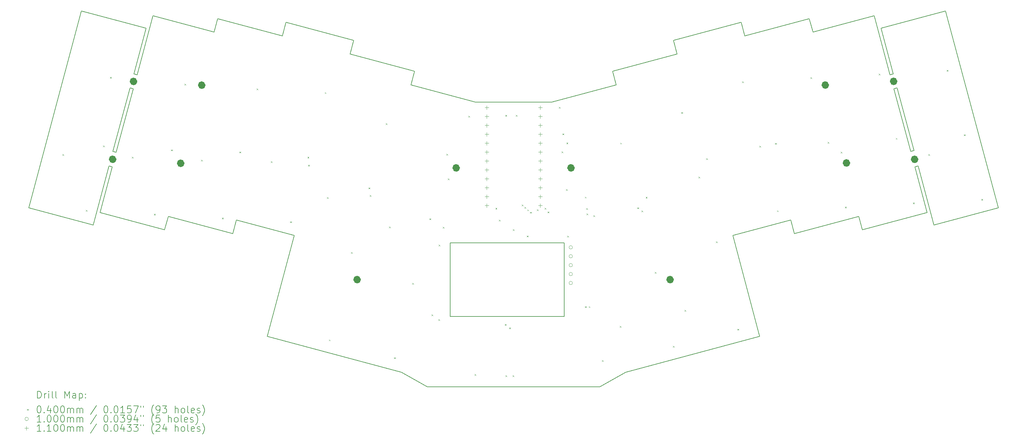
<source format=gbr>
%TF.GenerationSoftware,KiCad,Pcbnew,(6.0.8-1)-1*%
%TF.CreationDate,2022-11-12T18:35:00-05:00*%
%TF.ProjectId,ergo3by6plus3nonSplit,6572676f-3362-4793-9670-6c7573336e6f,rev?*%
%TF.SameCoordinates,Original*%
%TF.FileFunction,Drillmap*%
%TF.FilePolarity,Positive*%
%FSLAX45Y45*%
G04 Gerber Fmt 4.5, Leading zero omitted, Abs format (unit mm)*
G04 Created by KiCad (PCBNEW (6.0.8-1)-1) date 2022-11-12 18:35:00*
%MOMM*%
%LPD*%
G01*
G04 APERTURE LIST*
%ADD10C,0.200000*%
%ADD11C,1.075000*%
%ADD12C,0.040000*%
%ADD13C,0.100000*%
%ADD14C,0.110000*%
G04 APERTURE END LIST*
D10*
X2796612Y-11445172D02*
X957957Y-10952504D01*
X4047000Y-7159726D02*
X3953010Y-7134782D01*
D11*
X5342750Y-9684000D02*
G75*
G03*
X5342750Y-9684000I-53750J0D01*
G01*
X5942750Y-7456000D02*
G75*
G03*
X5942750Y-7456000I-53750J0D01*
G01*
X24324750Y-9675000D02*
G75*
G03*
X24324750Y-9675000I-53750J0D01*
G01*
X23721750Y-7453000D02*
G75*
G03*
X23721750Y-7453000I-53750J0D01*
G01*
D10*
X12976000Y-11954000D02*
X16227000Y-11954000D01*
X16227000Y-11954000D02*
X16227000Y-14055000D01*
X16227000Y-14055000D02*
X12976000Y-14055000D01*
X12976000Y-14055000D02*
X12976000Y-11954000D01*
X12322000Y-16062000D02*
X14172110Y-16062000D01*
X17239000Y-16062000D02*
X17975069Y-15640725D01*
X25608156Y-7134782D02*
X25514166Y-7159726D01*
X26196985Y-9323441D02*
X26103893Y-9348385D01*
X25623686Y-7556240D01*
X25716779Y-7531296D01*
X26196985Y-9323441D01*
X26220587Y-9787440D02*
X26313679Y-9762496D01*
X25514166Y-7159726D02*
X25064189Y-5477049D01*
X26313679Y-9762496D02*
X26764554Y-11445172D01*
X26569059Y-11088360D02*
X26220587Y-9787440D01*
X25608156Y-7134782D02*
X25259382Y-5833525D01*
X4496977Y-5477049D02*
X4047000Y-7159726D01*
X4301784Y-5833525D02*
X3953010Y-7134782D01*
X3937480Y-7556240D02*
X3452413Y-9366522D01*
X3359321Y-9341578D01*
X3844387Y-7531296D01*
X3937480Y-7556240D01*
X3340579Y-9787440D02*
X2992107Y-11088360D01*
X3247487Y-9762496D02*
X3340579Y-9787440D01*
X2796612Y-11445172D02*
X3247487Y-9762496D01*
D11*
X16470750Y-9815000D02*
G75*
G03*
X16470750Y-9815000I-53750J0D01*
G01*
D10*
X10223167Y-6182741D02*
X10119639Y-6569111D01*
X11856200Y-7448532D02*
X13696289Y-7941582D01*
X4832196Y-11581410D02*
X2992107Y-11088360D01*
X15864877Y-7941582D02*
X13696289Y-7941582D01*
X17601438Y-7062162D02*
X19441527Y-6569111D01*
X24728970Y-11581410D02*
X26569059Y-11088360D01*
X22785354Y-11688090D02*
X22681826Y-11301720D01*
X7761614Y-14615958D02*
X8531073Y-11744300D01*
D11*
X25669750Y-7347000D02*
G75*
G03*
X25669750Y-7347000I-53750J0D01*
G01*
D10*
X4832196Y-11581410D02*
X4934494Y-11199628D01*
D11*
X26268750Y-9572000D02*
G75*
G03*
X26268750Y-9572000I-53750J0D01*
G01*
D10*
X8291315Y-5665103D02*
X10223167Y-6182741D01*
X2461696Y-5340475D02*
X4301784Y-5833525D01*
D11*
X3997750Y-7350000D02*
G75*
G03*
X3997750Y-7350000I-53750J0D01*
G01*
D10*
X25064189Y-5477049D02*
X23316995Y-5944793D01*
X23213467Y-5558423D02*
X23316995Y-5944793D01*
X11959728Y-7062162D02*
X11856200Y-7448532D01*
X21799552Y-14615958D02*
X17975069Y-15640725D01*
X4934494Y-11199628D02*
X6775812Y-11688090D01*
D11*
X3402750Y-9570000D02*
G75*
G03*
X3402750Y-9570000I-53750J0D01*
G01*
D10*
X17601438Y-7062162D02*
X17704966Y-7448532D01*
X28603209Y-10952504D02*
X27099470Y-5340475D01*
X21269851Y-5665103D02*
X19337999Y-6182741D01*
X6775812Y-11688090D02*
X6879339Y-11301720D01*
X23213467Y-5558423D02*
X21373378Y-6051473D01*
X11959728Y-7062162D02*
X10119639Y-6569111D01*
D11*
X19296750Y-13002000D02*
G75*
G03*
X19296750Y-13002000I-53750J0D01*
G01*
D10*
X6347699Y-5558423D02*
X8187788Y-6051473D01*
X957957Y-10952504D02*
X2461696Y-5340475D01*
X26764554Y-11445172D02*
X28603209Y-10952504D01*
X14172110Y-16062000D02*
X17239000Y-16062000D01*
X21799552Y-14615958D02*
X21030093Y-11744300D01*
D11*
X10372750Y-13002000D02*
G75*
G03*
X10372750Y-13002000I-53750J0D01*
G01*
D10*
X24728970Y-11581410D02*
X24626672Y-11199628D01*
X8291315Y-5665103D02*
X8187788Y-6051473D01*
D11*
X13197750Y-9816000D02*
G75*
G03*
X13197750Y-9816000I-53750J0D01*
G01*
D10*
X21269851Y-5665103D02*
X21373378Y-6051473D01*
X11586097Y-15640725D02*
X12322000Y-16062000D01*
X21030093Y-11744300D02*
X22681826Y-11301720D01*
X19337999Y-6182741D02*
X19441527Y-6569111D01*
X27099470Y-5340475D02*
X25259382Y-5833525D01*
X7761614Y-14615958D02*
X11586097Y-15640725D01*
X4496977Y-5477049D02*
X6244171Y-5944793D01*
X24626672Y-11199628D02*
X22785354Y-11688090D01*
X8531073Y-11744300D02*
X6879339Y-11301720D01*
X6347699Y-5558423D02*
X6244171Y-5944793D01*
X17704966Y-7448532D02*
X15864877Y-7941582D01*
D12*
X1914581Y-9425582D02*
X1954581Y-9465582D01*
X1954581Y-9425582D02*
X1914581Y-9465582D01*
X2583295Y-11015378D02*
X2623295Y-11055378D01*
X2623295Y-11015378D02*
X2583295Y-11055378D01*
X3076295Y-9178378D02*
X3116295Y-9218378D01*
X3116295Y-9178378D02*
X3076295Y-9218378D01*
X3277000Y-7223000D02*
X3317000Y-7263000D01*
X3317000Y-7223000D02*
X3277000Y-7263000D01*
X3898000Y-9496000D02*
X3938000Y-9536000D01*
X3938000Y-9496000D02*
X3898000Y-9536000D01*
X4529295Y-11124378D02*
X4569295Y-11164378D01*
X4569295Y-11124378D02*
X4529295Y-11164378D01*
X5016295Y-9291378D02*
X5056295Y-9331378D01*
X5056295Y-9291378D02*
X5016295Y-9331378D01*
X5397000Y-7418000D02*
X5437000Y-7458000D01*
X5437000Y-7418000D02*
X5397000Y-7458000D01*
X5868000Y-9583000D02*
X5908000Y-9623000D01*
X5908000Y-9583000D02*
X5868000Y-9623000D01*
X6468295Y-11232378D02*
X6508295Y-11272378D01*
X6508295Y-11232378D02*
X6468295Y-11272378D01*
X6962035Y-9350303D02*
X7002035Y-9390303D01*
X7002035Y-9350303D02*
X6962035Y-9390303D01*
X7457295Y-7550378D02*
X7497295Y-7590378D01*
X7497295Y-7550378D02*
X7457295Y-7590378D01*
X7860000Y-9627000D02*
X7900000Y-9667000D01*
X7900000Y-9627000D02*
X7860000Y-9667000D01*
X8411295Y-11340378D02*
X8451295Y-11380378D01*
X8451295Y-11340378D02*
X8411295Y-11380378D01*
X8905295Y-9501378D02*
X8945295Y-9541378D01*
X8945295Y-9501378D02*
X8905295Y-9541378D01*
X8924000Y-9726000D02*
X8964000Y-9766000D01*
X8964000Y-9726000D02*
X8924000Y-9766000D01*
X9398295Y-7658378D02*
X9438295Y-7698378D01*
X9438295Y-7658378D02*
X9398295Y-7698378D01*
X9460832Y-10650832D02*
X9500832Y-10690832D01*
X9500832Y-10650832D02*
X9460832Y-10690832D01*
X9517000Y-14710000D02*
X9557000Y-14750000D01*
X9557000Y-14710000D02*
X9517000Y-14750000D01*
X10146295Y-12219378D02*
X10186295Y-12259378D01*
X10186295Y-12219378D02*
X10146295Y-12259378D01*
X10644295Y-10374378D02*
X10684295Y-10414378D01*
X10684295Y-10374378D02*
X10644295Y-10414378D01*
X10680770Y-10591230D02*
X10720770Y-10631230D01*
X10720770Y-10591230D02*
X10680770Y-10631230D01*
X11134295Y-8540378D02*
X11174295Y-8580378D01*
X11174295Y-8540378D02*
X11134295Y-8580378D01*
X11233000Y-11487000D02*
X11273000Y-11527000D01*
X11273000Y-11487000D02*
X11233000Y-11527000D01*
X11374295Y-15217378D02*
X11414295Y-15257378D01*
X11414295Y-15217378D02*
X11374295Y-15257378D01*
X11890000Y-13100000D02*
X11930000Y-13140000D01*
X11930000Y-13100000D02*
X11890000Y-13140000D01*
X12383000Y-11256000D02*
X12423000Y-11296000D01*
X12423000Y-11256000D02*
X12383000Y-11296000D01*
X12443000Y-13993000D02*
X12483000Y-14033000D01*
X12483000Y-13993000D02*
X12443000Y-14033000D01*
X12634000Y-14128000D02*
X12674000Y-14168000D01*
X12674000Y-14128000D02*
X12634000Y-14168000D01*
X12645000Y-12006000D02*
X12685000Y-12046000D01*
X12685000Y-12006000D02*
X12645000Y-12046000D01*
X12761000Y-11495000D02*
X12801000Y-11535000D01*
X12801000Y-11495000D02*
X12761000Y-11535000D01*
X12866000Y-9415000D02*
X12906000Y-9455000D01*
X12906000Y-9415000D02*
X12866000Y-9455000D01*
X12906000Y-10115000D02*
X12946000Y-10155000D01*
X12946000Y-10115000D02*
X12906000Y-10155000D01*
X13489000Y-8330000D02*
X13529000Y-8370000D01*
X13529000Y-8330000D02*
X13489000Y-8370000D01*
X13667500Y-15693894D02*
X13707500Y-15733894D01*
X13707500Y-15693894D02*
X13667500Y-15733894D01*
X14266000Y-10954750D02*
X14306000Y-10994750D01*
X14306000Y-10954750D02*
X14266000Y-10994750D01*
X14360000Y-11296000D02*
X14400000Y-11336000D01*
X14400000Y-11296000D02*
X14360000Y-11336000D01*
X14532000Y-14270000D02*
X14572000Y-14310000D01*
X14572000Y-14270000D02*
X14532000Y-14310000D01*
X14546000Y-8307000D02*
X14586000Y-8347000D01*
X14586000Y-8307000D02*
X14546000Y-8347000D01*
X14551000Y-15732000D02*
X14591000Y-15772000D01*
X14591000Y-15732000D02*
X14551000Y-15772000D01*
X14655000Y-14367000D02*
X14695000Y-14407000D01*
X14695000Y-14367000D02*
X14655000Y-14407000D01*
X14751000Y-15732000D02*
X14791000Y-15772000D01*
X14791000Y-15732000D02*
X14751000Y-15772000D01*
X14764000Y-11564000D02*
X14804000Y-11604000D01*
X14804000Y-11564000D02*
X14764000Y-11604000D01*
X14848000Y-8303190D02*
X14888000Y-8343190D01*
X14888000Y-8303190D02*
X14848000Y-8343190D01*
X15015000Y-10861000D02*
X15055000Y-10901000D01*
X15055000Y-10861000D02*
X15015000Y-10901000D01*
X15092000Y-10932000D02*
X15132000Y-10972000D01*
X15132000Y-10932000D02*
X15092000Y-10972000D01*
X15156000Y-11746000D02*
X15196000Y-11786000D01*
X15196000Y-11746000D02*
X15156000Y-11786000D01*
X15172000Y-11002000D02*
X15212000Y-11042000D01*
X15212000Y-11002000D02*
X15172000Y-11042000D01*
X15249000Y-11070000D02*
X15289000Y-11110000D01*
X15289000Y-11070000D02*
X15249000Y-11110000D01*
X15448344Y-10997550D02*
X15488344Y-11037550D01*
X15488344Y-10997550D02*
X15448344Y-11037550D01*
X15665738Y-10952600D02*
X15705738Y-10992600D01*
X15705738Y-10952600D02*
X15665738Y-10992600D01*
X15753000Y-11060000D02*
X15793000Y-11100000D01*
X15793000Y-11060000D02*
X15753000Y-11100000D01*
X16074000Y-8075000D02*
X16114000Y-8115000D01*
X16114000Y-8075000D02*
X16074000Y-8115000D01*
X16149000Y-9345000D02*
X16189000Y-9385000D01*
X16189000Y-9345000D02*
X16149000Y-9385000D01*
X16172000Y-8834000D02*
X16212000Y-8874000D01*
X16212000Y-8834000D02*
X16172000Y-8874000D01*
X16274000Y-10422000D02*
X16314000Y-10462000D01*
X16314000Y-10422000D02*
X16274000Y-10462000D01*
X16289000Y-9091000D02*
X16329000Y-9131000D01*
X16329000Y-9091000D02*
X16289000Y-9131000D01*
X16308000Y-11750000D02*
X16348000Y-11790000D01*
X16348000Y-11750000D02*
X16308000Y-11790000D01*
X16815000Y-10637300D02*
X16855000Y-10677300D01*
X16855000Y-10637300D02*
X16815000Y-10677300D01*
X16819000Y-13761000D02*
X16859000Y-13801000D01*
X16859000Y-13761000D02*
X16819000Y-13801000D01*
X16854000Y-10962000D02*
X16894000Y-11002000D01*
X16894000Y-10962000D02*
X16854000Y-11002000D01*
X16863000Y-11117000D02*
X16903000Y-11157000D01*
X16903000Y-11117000D02*
X16863000Y-11157000D01*
X16924450Y-13763000D02*
X16964450Y-13803000D01*
X16964450Y-13763000D02*
X16924450Y-13803000D01*
X17057000Y-11164000D02*
X17097000Y-11204000D01*
X17097000Y-11164000D02*
X17057000Y-11204000D01*
X17298500Y-15299894D02*
X17338500Y-15339894D01*
X17338500Y-15299894D02*
X17298500Y-15339894D01*
X17811000Y-14323000D02*
X17851000Y-14363000D01*
X17851000Y-14323000D02*
X17811000Y-14363000D01*
X17822000Y-9097000D02*
X17862000Y-9137000D01*
X17862000Y-9097000D02*
X17822000Y-9137000D01*
X18306000Y-10943350D02*
X18346000Y-10983350D01*
X18346000Y-10943350D02*
X18306000Y-10983350D01*
X18430000Y-11029000D02*
X18470000Y-11069000D01*
X18470000Y-11029000D02*
X18430000Y-11069000D01*
X18549902Y-10642902D02*
X18589902Y-10682902D01*
X18589902Y-10642902D02*
X18549902Y-10682902D01*
X18808000Y-12785000D02*
X18848000Y-12825000D01*
X18848000Y-12785000D02*
X18808000Y-12825000D01*
X19323410Y-14892756D02*
X19363410Y-14932756D01*
X19363410Y-14892756D02*
X19323410Y-14932756D01*
X19562705Y-8224378D02*
X19602705Y-8264378D01*
X19602705Y-8224378D02*
X19562705Y-8264378D01*
X19655000Y-13870000D02*
X19695000Y-13910000D01*
X19695000Y-13870000D02*
X19655000Y-13910000D01*
X20055705Y-10064378D02*
X20095705Y-10104378D01*
X20095705Y-10064378D02*
X20055705Y-10104378D01*
X20271000Y-9544000D02*
X20311000Y-9584000D01*
X20311000Y-9544000D02*
X20271000Y-9584000D01*
X20550705Y-11909378D02*
X20590705Y-11949378D01*
X20590705Y-11909378D02*
X20550705Y-11949378D01*
X21163705Y-14404378D02*
X21203705Y-14444378D01*
X21203705Y-14404378D02*
X21163705Y-14444378D01*
X21296705Y-7345378D02*
X21336705Y-7385378D01*
X21336705Y-7345378D02*
X21296705Y-7385378D01*
X21788705Y-9183378D02*
X21828705Y-9223378D01*
X21828705Y-9183378D02*
X21788705Y-9223378D01*
X22234000Y-9105000D02*
X22274000Y-9145000D01*
X22274000Y-9105000D02*
X22234000Y-9145000D01*
X22292705Y-11027378D02*
X22332705Y-11067378D01*
X22332705Y-11027378D02*
X22292705Y-11067378D01*
X23241705Y-7232378D02*
X23281705Y-7272378D01*
X23281705Y-7232378D02*
X23241705Y-7272378D01*
X23733705Y-9075378D02*
X23773705Y-9115378D01*
X23773705Y-9075378D02*
X23733705Y-9115378D01*
X24110000Y-9355000D02*
X24150000Y-9395000D01*
X24150000Y-9355000D02*
X24110000Y-9395000D01*
X24231705Y-10919378D02*
X24271705Y-10959378D01*
X24271705Y-10919378D02*
X24231705Y-10959378D01*
X25191705Y-7130378D02*
X25231705Y-7170378D01*
X25231705Y-7130378D02*
X25191705Y-7170378D01*
X25678705Y-8962378D02*
X25718705Y-9002378D01*
X25718705Y-8962378D02*
X25678705Y-9002378D01*
X26170705Y-10805378D02*
X26210705Y-10845378D01*
X26210705Y-10805378D02*
X26170705Y-10845378D01*
X26603000Y-9425000D02*
X26643000Y-9465000D01*
X26643000Y-9425000D02*
X26603000Y-9465000D01*
X27128705Y-7022378D02*
X27168705Y-7062378D01*
X27168705Y-7022378D02*
X27128705Y-7062378D01*
X27622705Y-8860378D02*
X27662705Y-8900378D01*
X27662705Y-8860378D02*
X27622705Y-8900378D01*
X28116705Y-10703378D02*
X28156705Y-10743378D01*
X28156705Y-10703378D02*
X28116705Y-10743378D01*
D13*
X16461000Y-12081000D02*
G75*
G03*
X16461000Y-12081000I-50000J0D01*
G01*
X16461000Y-12335000D02*
G75*
G03*
X16461000Y-12335000I-50000J0D01*
G01*
X16461000Y-12589000D02*
G75*
G03*
X16461000Y-12589000I-50000J0D01*
G01*
X16461000Y-12843000D02*
G75*
G03*
X16461000Y-12843000I-50000J0D01*
G01*
X16461000Y-13097000D02*
G75*
G03*
X16461000Y-13097000I-50000J0D01*
G01*
D14*
X14018000Y-8040000D02*
X14018000Y-8150000D01*
X13963000Y-8095000D02*
X14073000Y-8095000D01*
X14018000Y-8294000D02*
X14018000Y-8404000D01*
X13963000Y-8349000D02*
X14073000Y-8349000D01*
X14018000Y-8548000D02*
X14018000Y-8658000D01*
X13963000Y-8603000D02*
X14073000Y-8603000D01*
X14018000Y-8802000D02*
X14018000Y-8912000D01*
X13963000Y-8857000D02*
X14073000Y-8857000D01*
X14018000Y-9056000D02*
X14018000Y-9166000D01*
X13963000Y-9111000D02*
X14073000Y-9111000D01*
X14018000Y-9310000D02*
X14018000Y-9420000D01*
X13963000Y-9365000D02*
X14073000Y-9365000D01*
X14018000Y-9564000D02*
X14018000Y-9674000D01*
X13963000Y-9619000D02*
X14073000Y-9619000D01*
X14018000Y-9818000D02*
X14018000Y-9928000D01*
X13963000Y-9873000D02*
X14073000Y-9873000D01*
X14018000Y-10072000D02*
X14018000Y-10182000D01*
X13963000Y-10127000D02*
X14073000Y-10127000D01*
X14018000Y-10326000D02*
X14018000Y-10436000D01*
X13963000Y-10381000D02*
X14073000Y-10381000D01*
X14018000Y-10580000D02*
X14018000Y-10690000D01*
X13963000Y-10635000D02*
X14073000Y-10635000D01*
X14018000Y-10834000D02*
X14018000Y-10944000D01*
X13963000Y-10889000D02*
X14073000Y-10889000D01*
X15542000Y-8040000D02*
X15542000Y-8150000D01*
X15487000Y-8095000D02*
X15597000Y-8095000D01*
X15542000Y-8294000D02*
X15542000Y-8404000D01*
X15487000Y-8349000D02*
X15597000Y-8349000D01*
X15542000Y-8548000D02*
X15542000Y-8658000D01*
X15487000Y-8603000D02*
X15597000Y-8603000D01*
X15542000Y-8802000D02*
X15542000Y-8912000D01*
X15487000Y-8857000D02*
X15597000Y-8857000D01*
X15542000Y-9056000D02*
X15542000Y-9166000D01*
X15487000Y-9111000D02*
X15597000Y-9111000D01*
X15542000Y-9310000D02*
X15542000Y-9420000D01*
X15487000Y-9365000D02*
X15597000Y-9365000D01*
X15542000Y-9564000D02*
X15542000Y-9674000D01*
X15487000Y-9619000D02*
X15597000Y-9619000D01*
X15542000Y-9818000D02*
X15542000Y-9928000D01*
X15487000Y-9873000D02*
X15597000Y-9873000D01*
X15542000Y-10072000D02*
X15542000Y-10182000D01*
X15487000Y-10127000D02*
X15597000Y-10127000D01*
X15542000Y-10326000D02*
X15542000Y-10436000D01*
X15487000Y-10381000D02*
X15597000Y-10381000D01*
X15542000Y-10580000D02*
X15542000Y-10690000D01*
X15487000Y-10635000D02*
X15597000Y-10635000D01*
X15542000Y-10834000D02*
X15542000Y-10944000D01*
X15487000Y-10889000D02*
X15597000Y-10889000D01*
D10*
X1205576Y-16382476D02*
X1205576Y-16182476D01*
X1253195Y-16182476D01*
X1281767Y-16192000D01*
X1300814Y-16211048D01*
X1310338Y-16230095D01*
X1319862Y-16268190D01*
X1319862Y-16296762D01*
X1310338Y-16334857D01*
X1300814Y-16353905D01*
X1281767Y-16372952D01*
X1253195Y-16382476D01*
X1205576Y-16382476D01*
X1405576Y-16382476D02*
X1405576Y-16249143D01*
X1405576Y-16287238D02*
X1415100Y-16268190D01*
X1424624Y-16258667D01*
X1443671Y-16249143D01*
X1462719Y-16249143D01*
X1529385Y-16382476D02*
X1529385Y-16249143D01*
X1529385Y-16182476D02*
X1519862Y-16192000D01*
X1529385Y-16201524D01*
X1538909Y-16192000D01*
X1529385Y-16182476D01*
X1529385Y-16201524D01*
X1653195Y-16382476D02*
X1634147Y-16372952D01*
X1624624Y-16353905D01*
X1624624Y-16182476D01*
X1757957Y-16382476D02*
X1738909Y-16372952D01*
X1729385Y-16353905D01*
X1729385Y-16182476D01*
X1986528Y-16382476D02*
X1986528Y-16182476D01*
X2053195Y-16325333D01*
X2119862Y-16182476D01*
X2119862Y-16382476D01*
X2300814Y-16382476D02*
X2300814Y-16277714D01*
X2291290Y-16258667D01*
X2272243Y-16249143D01*
X2234147Y-16249143D01*
X2215100Y-16258667D01*
X2300814Y-16372952D02*
X2281767Y-16382476D01*
X2234147Y-16382476D01*
X2215100Y-16372952D01*
X2205576Y-16353905D01*
X2205576Y-16334857D01*
X2215100Y-16315809D01*
X2234147Y-16306286D01*
X2281767Y-16306286D01*
X2300814Y-16296762D01*
X2396052Y-16249143D02*
X2396052Y-16449143D01*
X2396052Y-16258667D02*
X2415100Y-16249143D01*
X2453195Y-16249143D01*
X2472243Y-16258667D01*
X2481767Y-16268190D01*
X2491290Y-16287238D01*
X2491290Y-16344381D01*
X2481767Y-16363428D01*
X2472243Y-16372952D01*
X2453195Y-16382476D01*
X2415100Y-16382476D01*
X2396052Y-16372952D01*
X2577005Y-16363428D02*
X2586528Y-16372952D01*
X2577005Y-16382476D01*
X2567481Y-16372952D01*
X2577005Y-16363428D01*
X2577005Y-16382476D01*
X2577005Y-16258667D02*
X2586528Y-16268190D01*
X2577005Y-16277714D01*
X2567481Y-16268190D01*
X2577005Y-16258667D01*
X2577005Y-16277714D01*
D12*
X907957Y-16692000D02*
X947957Y-16732000D01*
X947957Y-16692000D02*
X907957Y-16732000D01*
D10*
X1243671Y-16602476D02*
X1262719Y-16602476D01*
X1281767Y-16612000D01*
X1291290Y-16621524D01*
X1300814Y-16640571D01*
X1310338Y-16678667D01*
X1310338Y-16726286D01*
X1300814Y-16764381D01*
X1291290Y-16783429D01*
X1281767Y-16792952D01*
X1262719Y-16802476D01*
X1243671Y-16802476D01*
X1224624Y-16792952D01*
X1215100Y-16783429D01*
X1205576Y-16764381D01*
X1196052Y-16726286D01*
X1196052Y-16678667D01*
X1205576Y-16640571D01*
X1215100Y-16621524D01*
X1224624Y-16612000D01*
X1243671Y-16602476D01*
X1396052Y-16783429D02*
X1405576Y-16792952D01*
X1396052Y-16802476D01*
X1386528Y-16792952D01*
X1396052Y-16783429D01*
X1396052Y-16802476D01*
X1577005Y-16669143D02*
X1577005Y-16802476D01*
X1529385Y-16592952D02*
X1481766Y-16735809D01*
X1605576Y-16735809D01*
X1719862Y-16602476D02*
X1738909Y-16602476D01*
X1757957Y-16612000D01*
X1767481Y-16621524D01*
X1777005Y-16640571D01*
X1786528Y-16678667D01*
X1786528Y-16726286D01*
X1777005Y-16764381D01*
X1767481Y-16783429D01*
X1757957Y-16792952D01*
X1738909Y-16802476D01*
X1719862Y-16802476D01*
X1700814Y-16792952D01*
X1691290Y-16783429D01*
X1681766Y-16764381D01*
X1672243Y-16726286D01*
X1672243Y-16678667D01*
X1681766Y-16640571D01*
X1691290Y-16621524D01*
X1700814Y-16612000D01*
X1719862Y-16602476D01*
X1910338Y-16602476D02*
X1929385Y-16602476D01*
X1948433Y-16612000D01*
X1957957Y-16621524D01*
X1967481Y-16640571D01*
X1977005Y-16678667D01*
X1977005Y-16726286D01*
X1967481Y-16764381D01*
X1957957Y-16783429D01*
X1948433Y-16792952D01*
X1929385Y-16802476D01*
X1910338Y-16802476D01*
X1891290Y-16792952D01*
X1881766Y-16783429D01*
X1872243Y-16764381D01*
X1862719Y-16726286D01*
X1862719Y-16678667D01*
X1872243Y-16640571D01*
X1881766Y-16621524D01*
X1891290Y-16612000D01*
X1910338Y-16602476D01*
X2062719Y-16802476D02*
X2062719Y-16669143D01*
X2062719Y-16688190D02*
X2072243Y-16678667D01*
X2091290Y-16669143D01*
X2119862Y-16669143D01*
X2138909Y-16678667D01*
X2148433Y-16697714D01*
X2148433Y-16802476D01*
X2148433Y-16697714D02*
X2157957Y-16678667D01*
X2177005Y-16669143D01*
X2205576Y-16669143D01*
X2224624Y-16678667D01*
X2234147Y-16697714D01*
X2234147Y-16802476D01*
X2329386Y-16802476D02*
X2329386Y-16669143D01*
X2329386Y-16688190D02*
X2338909Y-16678667D01*
X2357957Y-16669143D01*
X2386528Y-16669143D01*
X2405576Y-16678667D01*
X2415100Y-16697714D01*
X2415100Y-16802476D01*
X2415100Y-16697714D02*
X2424624Y-16678667D01*
X2443671Y-16669143D01*
X2472243Y-16669143D01*
X2491290Y-16678667D01*
X2500814Y-16697714D01*
X2500814Y-16802476D01*
X2891290Y-16592952D02*
X2719862Y-16850095D01*
X3148433Y-16602476D02*
X3167481Y-16602476D01*
X3186528Y-16612000D01*
X3196052Y-16621524D01*
X3205576Y-16640571D01*
X3215100Y-16678667D01*
X3215100Y-16726286D01*
X3205576Y-16764381D01*
X3196052Y-16783429D01*
X3186528Y-16792952D01*
X3167481Y-16802476D01*
X3148433Y-16802476D01*
X3129385Y-16792952D01*
X3119862Y-16783429D01*
X3110338Y-16764381D01*
X3100814Y-16726286D01*
X3100814Y-16678667D01*
X3110338Y-16640571D01*
X3119862Y-16621524D01*
X3129385Y-16612000D01*
X3148433Y-16602476D01*
X3300814Y-16783429D02*
X3310338Y-16792952D01*
X3300814Y-16802476D01*
X3291290Y-16792952D01*
X3300814Y-16783429D01*
X3300814Y-16802476D01*
X3434147Y-16602476D02*
X3453195Y-16602476D01*
X3472243Y-16612000D01*
X3481766Y-16621524D01*
X3491290Y-16640571D01*
X3500814Y-16678667D01*
X3500814Y-16726286D01*
X3491290Y-16764381D01*
X3481766Y-16783429D01*
X3472243Y-16792952D01*
X3453195Y-16802476D01*
X3434147Y-16802476D01*
X3415100Y-16792952D01*
X3405576Y-16783429D01*
X3396052Y-16764381D01*
X3386528Y-16726286D01*
X3386528Y-16678667D01*
X3396052Y-16640571D01*
X3405576Y-16621524D01*
X3415100Y-16612000D01*
X3434147Y-16602476D01*
X3691290Y-16802476D02*
X3577005Y-16802476D01*
X3634147Y-16802476D02*
X3634147Y-16602476D01*
X3615100Y-16631048D01*
X3596052Y-16650095D01*
X3577005Y-16659619D01*
X3872243Y-16602476D02*
X3777005Y-16602476D01*
X3767481Y-16697714D01*
X3777005Y-16688190D01*
X3796052Y-16678667D01*
X3843671Y-16678667D01*
X3862719Y-16688190D01*
X3872243Y-16697714D01*
X3881766Y-16716762D01*
X3881766Y-16764381D01*
X3872243Y-16783429D01*
X3862719Y-16792952D01*
X3843671Y-16802476D01*
X3796052Y-16802476D01*
X3777005Y-16792952D01*
X3767481Y-16783429D01*
X3948433Y-16602476D02*
X4081766Y-16602476D01*
X3996052Y-16802476D01*
X4148433Y-16602476D02*
X4148433Y-16640571D01*
X4224624Y-16602476D02*
X4224624Y-16640571D01*
X4519862Y-16878667D02*
X4510338Y-16869143D01*
X4491290Y-16840571D01*
X4481767Y-16821524D01*
X4472243Y-16792952D01*
X4462719Y-16745333D01*
X4462719Y-16707238D01*
X4472243Y-16659619D01*
X4481767Y-16631048D01*
X4491290Y-16612000D01*
X4510338Y-16583428D01*
X4519862Y-16573905D01*
X4605576Y-16802476D02*
X4643671Y-16802476D01*
X4662719Y-16792952D01*
X4672243Y-16783429D01*
X4691290Y-16754857D01*
X4700814Y-16716762D01*
X4700814Y-16640571D01*
X4691290Y-16621524D01*
X4681767Y-16612000D01*
X4662719Y-16602476D01*
X4624624Y-16602476D01*
X4605576Y-16612000D01*
X4596052Y-16621524D01*
X4586528Y-16640571D01*
X4586528Y-16688190D01*
X4596052Y-16707238D01*
X4605576Y-16716762D01*
X4624624Y-16726286D01*
X4662719Y-16726286D01*
X4681767Y-16716762D01*
X4691290Y-16707238D01*
X4700814Y-16688190D01*
X4767481Y-16602476D02*
X4891290Y-16602476D01*
X4824624Y-16678667D01*
X4853195Y-16678667D01*
X4872243Y-16688190D01*
X4881767Y-16697714D01*
X4891290Y-16716762D01*
X4891290Y-16764381D01*
X4881767Y-16783429D01*
X4872243Y-16792952D01*
X4853195Y-16802476D01*
X4796052Y-16802476D01*
X4777005Y-16792952D01*
X4767481Y-16783429D01*
X5129386Y-16802476D02*
X5129386Y-16602476D01*
X5215100Y-16802476D02*
X5215100Y-16697714D01*
X5205576Y-16678667D01*
X5186528Y-16669143D01*
X5157957Y-16669143D01*
X5138909Y-16678667D01*
X5129386Y-16688190D01*
X5338909Y-16802476D02*
X5319862Y-16792952D01*
X5310338Y-16783429D01*
X5300814Y-16764381D01*
X5300814Y-16707238D01*
X5310338Y-16688190D01*
X5319862Y-16678667D01*
X5338909Y-16669143D01*
X5367481Y-16669143D01*
X5386528Y-16678667D01*
X5396052Y-16688190D01*
X5405576Y-16707238D01*
X5405576Y-16764381D01*
X5396052Y-16783429D01*
X5386528Y-16792952D01*
X5367481Y-16802476D01*
X5338909Y-16802476D01*
X5519862Y-16802476D02*
X5500814Y-16792952D01*
X5491290Y-16773905D01*
X5491290Y-16602476D01*
X5672243Y-16792952D02*
X5653195Y-16802476D01*
X5615100Y-16802476D01*
X5596052Y-16792952D01*
X5586528Y-16773905D01*
X5586528Y-16697714D01*
X5596052Y-16678667D01*
X5615100Y-16669143D01*
X5653195Y-16669143D01*
X5672243Y-16678667D01*
X5681766Y-16697714D01*
X5681766Y-16716762D01*
X5586528Y-16735809D01*
X5757957Y-16792952D02*
X5777005Y-16802476D01*
X5815100Y-16802476D01*
X5834147Y-16792952D01*
X5843671Y-16773905D01*
X5843671Y-16764381D01*
X5834147Y-16745333D01*
X5815100Y-16735809D01*
X5786528Y-16735809D01*
X5767481Y-16726286D01*
X5757957Y-16707238D01*
X5757957Y-16697714D01*
X5767481Y-16678667D01*
X5786528Y-16669143D01*
X5815100Y-16669143D01*
X5834147Y-16678667D01*
X5910338Y-16878667D02*
X5919862Y-16869143D01*
X5938909Y-16840571D01*
X5948433Y-16821524D01*
X5957957Y-16792952D01*
X5967481Y-16745333D01*
X5967481Y-16707238D01*
X5957957Y-16659619D01*
X5948433Y-16631048D01*
X5938909Y-16612000D01*
X5919862Y-16583428D01*
X5910338Y-16573905D01*
D13*
X947957Y-16976000D02*
G75*
G03*
X947957Y-16976000I-50000J0D01*
G01*
D10*
X1310338Y-17066476D02*
X1196052Y-17066476D01*
X1253195Y-17066476D02*
X1253195Y-16866476D01*
X1234147Y-16895048D01*
X1215100Y-16914095D01*
X1196052Y-16923619D01*
X1396052Y-17047429D02*
X1405576Y-17056952D01*
X1396052Y-17066476D01*
X1386528Y-17056952D01*
X1396052Y-17047429D01*
X1396052Y-17066476D01*
X1529385Y-16866476D02*
X1548433Y-16866476D01*
X1567481Y-16876000D01*
X1577005Y-16885524D01*
X1586528Y-16904571D01*
X1596052Y-16942667D01*
X1596052Y-16990286D01*
X1586528Y-17028381D01*
X1577005Y-17047429D01*
X1567481Y-17056952D01*
X1548433Y-17066476D01*
X1529385Y-17066476D01*
X1510338Y-17056952D01*
X1500814Y-17047429D01*
X1491290Y-17028381D01*
X1481766Y-16990286D01*
X1481766Y-16942667D01*
X1491290Y-16904571D01*
X1500814Y-16885524D01*
X1510338Y-16876000D01*
X1529385Y-16866476D01*
X1719862Y-16866476D02*
X1738909Y-16866476D01*
X1757957Y-16876000D01*
X1767481Y-16885524D01*
X1777005Y-16904571D01*
X1786528Y-16942667D01*
X1786528Y-16990286D01*
X1777005Y-17028381D01*
X1767481Y-17047429D01*
X1757957Y-17056952D01*
X1738909Y-17066476D01*
X1719862Y-17066476D01*
X1700814Y-17056952D01*
X1691290Y-17047429D01*
X1681766Y-17028381D01*
X1672243Y-16990286D01*
X1672243Y-16942667D01*
X1681766Y-16904571D01*
X1691290Y-16885524D01*
X1700814Y-16876000D01*
X1719862Y-16866476D01*
X1910338Y-16866476D02*
X1929385Y-16866476D01*
X1948433Y-16876000D01*
X1957957Y-16885524D01*
X1967481Y-16904571D01*
X1977005Y-16942667D01*
X1977005Y-16990286D01*
X1967481Y-17028381D01*
X1957957Y-17047429D01*
X1948433Y-17056952D01*
X1929385Y-17066476D01*
X1910338Y-17066476D01*
X1891290Y-17056952D01*
X1881766Y-17047429D01*
X1872243Y-17028381D01*
X1862719Y-16990286D01*
X1862719Y-16942667D01*
X1872243Y-16904571D01*
X1881766Y-16885524D01*
X1891290Y-16876000D01*
X1910338Y-16866476D01*
X2062719Y-17066476D02*
X2062719Y-16933143D01*
X2062719Y-16952190D02*
X2072243Y-16942667D01*
X2091290Y-16933143D01*
X2119862Y-16933143D01*
X2138909Y-16942667D01*
X2148433Y-16961714D01*
X2148433Y-17066476D01*
X2148433Y-16961714D02*
X2157957Y-16942667D01*
X2177005Y-16933143D01*
X2205576Y-16933143D01*
X2224624Y-16942667D01*
X2234147Y-16961714D01*
X2234147Y-17066476D01*
X2329386Y-17066476D02*
X2329386Y-16933143D01*
X2329386Y-16952190D02*
X2338909Y-16942667D01*
X2357957Y-16933143D01*
X2386528Y-16933143D01*
X2405576Y-16942667D01*
X2415100Y-16961714D01*
X2415100Y-17066476D01*
X2415100Y-16961714D02*
X2424624Y-16942667D01*
X2443671Y-16933143D01*
X2472243Y-16933143D01*
X2491290Y-16942667D01*
X2500814Y-16961714D01*
X2500814Y-17066476D01*
X2891290Y-16856952D02*
X2719862Y-17114095D01*
X3148433Y-16866476D02*
X3167481Y-16866476D01*
X3186528Y-16876000D01*
X3196052Y-16885524D01*
X3205576Y-16904571D01*
X3215100Y-16942667D01*
X3215100Y-16990286D01*
X3205576Y-17028381D01*
X3196052Y-17047429D01*
X3186528Y-17056952D01*
X3167481Y-17066476D01*
X3148433Y-17066476D01*
X3129385Y-17056952D01*
X3119862Y-17047429D01*
X3110338Y-17028381D01*
X3100814Y-16990286D01*
X3100814Y-16942667D01*
X3110338Y-16904571D01*
X3119862Y-16885524D01*
X3129385Y-16876000D01*
X3148433Y-16866476D01*
X3300814Y-17047429D02*
X3310338Y-17056952D01*
X3300814Y-17066476D01*
X3291290Y-17056952D01*
X3300814Y-17047429D01*
X3300814Y-17066476D01*
X3434147Y-16866476D02*
X3453195Y-16866476D01*
X3472243Y-16876000D01*
X3481766Y-16885524D01*
X3491290Y-16904571D01*
X3500814Y-16942667D01*
X3500814Y-16990286D01*
X3491290Y-17028381D01*
X3481766Y-17047429D01*
X3472243Y-17056952D01*
X3453195Y-17066476D01*
X3434147Y-17066476D01*
X3415100Y-17056952D01*
X3405576Y-17047429D01*
X3396052Y-17028381D01*
X3386528Y-16990286D01*
X3386528Y-16942667D01*
X3396052Y-16904571D01*
X3405576Y-16885524D01*
X3415100Y-16876000D01*
X3434147Y-16866476D01*
X3567481Y-16866476D02*
X3691290Y-16866476D01*
X3624624Y-16942667D01*
X3653195Y-16942667D01*
X3672243Y-16952190D01*
X3681766Y-16961714D01*
X3691290Y-16980762D01*
X3691290Y-17028381D01*
X3681766Y-17047429D01*
X3672243Y-17056952D01*
X3653195Y-17066476D01*
X3596052Y-17066476D01*
X3577005Y-17056952D01*
X3567481Y-17047429D01*
X3786528Y-17066476D02*
X3824624Y-17066476D01*
X3843671Y-17056952D01*
X3853195Y-17047429D01*
X3872243Y-17018857D01*
X3881766Y-16980762D01*
X3881766Y-16904571D01*
X3872243Y-16885524D01*
X3862719Y-16876000D01*
X3843671Y-16866476D01*
X3805576Y-16866476D01*
X3786528Y-16876000D01*
X3777005Y-16885524D01*
X3767481Y-16904571D01*
X3767481Y-16952190D01*
X3777005Y-16971238D01*
X3786528Y-16980762D01*
X3805576Y-16990286D01*
X3843671Y-16990286D01*
X3862719Y-16980762D01*
X3872243Y-16971238D01*
X3881766Y-16952190D01*
X4053195Y-16933143D02*
X4053195Y-17066476D01*
X4005576Y-16856952D02*
X3957957Y-16999810D01*
X4081766Y-16999810D01*
X4148433Y-16866476D02*
X4148433Y-16904571D01*
X4224624Y-16866476D02*
X4224624Y-16904571D01*
X4519862Y-17142667D02*
X4510338Y-17133143D01*
X4491290Y-17104571D01*
X4481767Y-17085524D01*
X4472243Y-17056952D01*
X4462719Y-17009333D01*
X4462719Y-16971238D01*
X4472243Y-16923619D01*
X4481767Y-16895048D01*
X4491290Y-16876000D01*
X4510338Y-16847429D01*
X4519862Y-16837905D01*
X4691290Y-16866476D02*
X4596052Y-16866476D01*
X4586528Y-16961714D01*
X4596052Y-16952190D01*
X4615100Y-16942667D01*
X4662719Y-16942667D01*
X4681767Y-16952190D01*
X4691290Y-16961714D01*
X4700814Y-16980762D01*
X4700814Y-17028381D01*
X4691290Y-17047429D01*
X4681767Y-17056952D01*
X4662719Y-17066476D01*
X4615100Y-17066476D01*
X4596052Y-17056952D01*
X4586528Y-17047429D01*
X4938909Y-17066476D02*
X4938909Y-16866476D01*
X5024624Y-17066476D02*
X5024624Y-16961714D01*
X5015100Y-16942667D01*
X4996052Y-16933143D01*
X4967481Y-16933143D01*
X4948433Y-16942667D01*
X4938909Y-16952190D01*
X5148433Y-17066476D02*
X5129386Y-17056952D01*
X5119862Y-17047429D01*
X5110338Y-17028381D01*
X5110338Y-16971238D01*
X5119862Y-16952190D01*
X5129386Y-16942667D01*
X5148433Y-16933143D01*
X5177005Y-16933143D01*
X5196052Y-16942667D01*
X5205576Y-16952190D01*
X5215100Y-16971238D01*
X5215100Y-17028381D01*
X5205576Y-17047429D01*
X5196052Y-17056952D01*
X5177005Y-17066476D01*
X5148433Y-17066476D01*
X5329386Y-17066476D02*
X5310338Y-17056952D01*
X5300814Y-17037905D01*
X5300814Y-16866476D01*
X5481767Y-17056952D02*
X5462719Y-17066476D01*
X5424624Y-17066476D01*
X5405576Y-17056952D01*
X5396052Y-17037905D01*
X5396052Y-16961714D01*
X5405576Y-16942667D01*
X5424624Y-16933143D01*
X5462719Y-16933143D01*
X5481767Y-16942667D01*
X5491290Y-16961714D01*
X5491290Y-16980762D01*
X5396052Y-16999810D01*
X5567481Y-17056952D02*
X5586528Y-17066476D01*
X5624624Y-17066476D01*
X5643671Y-17056952D01*
X5653195Y-17037905D01*
X5653195Y-17028381D01*
X5643671Y-17009333D01*
X5624624Y-16999810D01*
X5596052Y-16999810D01*
X5577005Y-16990286D01*
X5567481Y-16971238D01*
X5567481Y-16961714D01*
X5577005Y-16942667D01*
X5596052Y-16933143D01*
X5624624Y-16933143D01*
X5643671Y-16942667D01*
X5719862Y-17142667D02*
X5729385Y-17133143D01*
X5748433Y-17104571D01*
X5757957Y-17085524D01*
X5767481Y-17056952D01*
X5777005Y-17009333D01*
X5777005Y-16971238D01*
X5767481Y-16923619D01*
X5757957Y-16895048D01*
X5748433Y-16876000D01*
X5729385Y-16847429D01*
X5719862Y-16837905D01*
D14*
X892957Y-17185000D02*
X892957Y-17295000D01*
X837957Y-17240000D02*
X947957Y-17240000D01*
D10*
X1310338Y-17330476D02*
X1196052Y-17330476D01*
X1253195Y-17330476D02*
X1253195Y-17130476D01*
X1234147Y-17159048D01*
X1215100Y-17178095D01*
X1196052Y-17187619D01*
X1396052Y-17311429D02*
X1405576Y-17320952D01*
X1396052Y-17330476D01*
X1386528Y-17320952D01*
X1396052Y-17311429D01*
X1396052Y-17330476D01*
X1596052Y-17330476D02*
X1481766Y-17330476D01*
X1538909Y-17330476D02*
X1538909Y-17130476D01*
X1519862Y-17159048D01*
X1500814Y-17178095D01*
X1481766Y-17187619D01*
X1719862Y-17130476D02*
X1738909Y-17130476D01*
X1757957Y-17140000D01*
X1767481Y-17149524D01*
X1777005Y-17168571D01*
X1786528Y-17206667D01*
X1786528Y-17254286D01*
X1777005Y-17292381D01*
X1767481Y-17311429D01*
X1757957Y-17320952D01*
X1738909Y-17330476D01*
X1719862Y-17330476D01*
X1700814Y-17320952D01*
X1691290Y-17311429D01*
X1681766Y-17292381D01*
X1672243Y-17254286D01*
X1672243Y-17206667D01*
X1681766Y-17168571D01*
X1691290Y-17149524D01*
X1700814Y-17140000D01*
X1719862Y-17130476D01*
X1910338Y-17130476D02*
X1929385Y-17130476D01*
X1948433Y-17140000D01*
X1957957Y-17149524D01*
X1967481Y-17168571D01*
X1977005Y-17206667D01*
X1977005Y-17254286D01*
X1967481Y-17292381D01*
X1957957Y-17311429D01*
X1948433Y-17320952D01*
X1929385Y-17330476D01*
X1910338Y-17330476D01*
X1891290Y-17320952D01*
X1881766Y-17311429D01*
X1872243Y-17292381D01*
X1862719Y-17254286D01*
X1862719Y-17206667D01*
X1872243Y-17168571D01*
X1881766Y-17149524D01*
X1891290Y-17140000D01*
X1910338Y-17130476D01*
X2062719Y-17330476D02*
X2062719Y-17197143D01*
X2062719Y-17216190D02*
X2072243Y-17206667D01*
X2091290Y-17197143D01*
X2119862Y-17197143D01*
X2138909Y-17206667D01*
X2148433Y-17225714D01*
X2148433Y-17330476D01*
X2148433Y-17225714D02*
X2157957Y-17206667D01*
X2177005Y-17197143D01*
X2205576Y-17197143D01*
X2224624Y-17206667D01*
X2234147Y-17225714D01*
X2234147Y-17330476D01*
X2329386Y-17330476D02*
X2329386Y-17197143D01*
X2329386Y-17216190D02*
X2338909Y-17206667D01*
X2357957Y-17197143D01*
X2386528Y-17197143D01*
X2405576Y-17206667D01*
X2415100Y-17225714D01*
X2415100Y-17330476D01*
X2415100Y-17225714D02*
X2424624Y-17206667D01*
X2443671Y-17197143D01*
X2472243Y-17197143D01*
X2491290Y-17206667D01*
X2500814Y-17225714D01*
X2500814Y-17330476D01*
X2891290Y-17120952D02*
X2719862Y-17378095D01*
X3148433Y-17130476D02*
X3167481Y-17130476D01*
X3186528Y-17140000D01*
X3196052Y-17149524D01*
X3205576Y-17168571D01*
X3215100Y-17206667D01*
X3215100Y-17254286D01*
X3205576Y-17292381D01*
X3196052Y-17311429D01*
X3186528Y-17320952D01*
X3167481Y-17330476D01*
X3148433Y-17330476D01*
X3129385Y-17320952D01*
X3119862Y-17311429D01*
X3110338Y-17292381D01*
X3100814Y-17254286D01*
X3100814Y-17206667D01*
X3110338Y-17168571D01*
X3119862Y-17149524D01*
X3129385Y-17140000D01*
X3148433Y-17130476D01*
X3300814Y-17311429D02*
X3310338Y-17320952D01*
X3300814Y-17330476D01*
X3291290Y-17320952D01*
X3300814Y-17311429D01*
X3300814Y-17330476D01*
X3434147Y-17130476D02*
X3453195Y-17130476D01*
X3472243Y-17140000D01*
X3481766Y-17149524D01*
X3491290Y-17168571D01*
X3500814Y-17206667D01*
X3500814Y-17254286D01*
X3491290Y-17292381D01*
X3481766Y-17311429D01*
X3472243Y-17320952D01*
X3453195Y-17330476D01*
X3434147Y-17330476D01*
X3415100Y-17320952D01*
X3405576Y-17311429D01*
X3396052Y-17292381D01*
X3386528Y-17254286D01*
X3386528Y-17206667D01*
X3396052Y-17168571D01*
X3405576Y-17149524D01*
X3415100Y-17140000D01*
X3434147Y-17130476D01*
X3672243Y-17197143D02*
X3672243Y-17330476D01*
X3624624Y-17120952D02*
X3577005Y-17263810D01*
X3700814Y-17263810D01*
X3757957Y-17130476D02*
X3881766Y-17130476D01*
X3815100Y-17206667D01*
X3843671Y-17206667D01*
X3862719Y-17216190D01*
X3872243Y-17225714D01*
X3881766Y-17244762D01*
X3881766Y-17292381D01*
X3872243Y-17311429D01*
X3862719Y-17320952D01*
X3843671Y-17330476D01*
X3786528Y-17330476D01*
X3767481Y-17320952D01*
X3757957Y-17311429D01*
X3948433Y-17130476D02*
X4072243Y-17130476D01*
X4005576Y-17206667D01*
X4034147Y-17206667D01*
X4053195Y-17216190D01*
X4062719Y-17225714D01*
X4072243Y-17244762D01*
X4072243Y-17292381D01*
X4062719Y-17311429D01*
X4053195Y-17320952D01*
X4034147Y-17330476D01*
X3977005Y-17330476D01*
X3957957Y-17320952D01*
X3948433Y-17311429D01*
X4148433Y-17130476D02*
X4148433Y-17168571D01*
X4224624Y-17130476D02*
X4224624Y-17168571D01*
X4519862Y-17406667D02*
X4510338Y-17397143D01*
X4491290Y-17368571D01*
X4481767Y-17349524D01*
X4472243Y-17320952D01*
X4462719Y-17273333D01*
X4462719Y-17235238D01*
X4472243Y-17187619D01*
X4481767Y-17159048D01*
X4491290Y-17140000D01*
X4510338Y-17111429D01*
X4519862Y-17101905D01*
X4586528Y-17149524D02*
X4596052Y-17140000D01*
X4615100Y-17130476D01*
X4662719Y-17130476D01*
X4681767Y-17140000D01*
X4691290Y-17149524D01*
X4700814Y-17168571D01*
X4700814Y-17187619D01*
X4691290Y-17216190D01*
X4577005Y-17330476D01*
X4700814Y-17330476D01*
X4872243Y-17197143D02*
X4872243Y-17330476D01*
X4824624Y-17120952D02*
X4777005Y-17263810D01*
X4900814Y-17263810D01*
X5129386Y-17330476D02*
X5129386Y-17130476D01*
X5215100Y-17330476D02*
X5215100Y-17225714D01*
X5205576Y-17206667D01*
X5186528Y-17197143D01*
X5157957Y-17197143D01*
X5138909Y-17206667D01*
X5129386Y-17216190D01*
X5338909Y-17330476D02*
X5319862Y-17320952D01*
X5310338Y-17311429D01*
X5300814Y-17292381D01*
X5300814Y-17235238D01*
X5310338Y-17216190D01*
X5319862Y-17206667D01*
X5338909Y-17197143D01*
X5367481Y-17197143D01*
X5386528Y-17206667D01*
X5396052Y-17216190D01*
X5405576Y-17235238D01*
X5405576Y-17292381D01*
X5396052Y-17311429D01*
X5386528Y-17320952D01*
X5367481Y-17330476D01*
X5338909Y-17330476D01*
X5519862Y-17330476D02*
X5500814Y-17320952D01*
X5491290Y-17301905D01*
X5491290Y-17130476D01*
X5672243Y-17320952D02*
X5653195Y-17330476D01*
X5615100Y-17330476D01*
X5596052Y-17320952D01*
X5586528Y-17301905D01*
X5586528Y-17225714D01*
X5596052Y-17206667D01*
X5615100Y-17197143D01*
X5653195Y-17197143D01*
X5672243Y-17206667D01*
X5681766Y-17225714D01*
X5681766Y-17244762D01*
X5586528Y-17263810D01*
X5757957Y-17320952D02*
X5777005Y-17330476D01*
X5815100Y-17330476D01*
X5834147Y-17320952D01*
X5843671Y-17301905D01*
X5843671Y-17292381D01*
X5834147Y-17273333D01*
X5815100Y-17263810D01*
X5786528Y-17263810D01*
X5767481Y-17254286D01*
X5757957Y-17235238D01*
X5757957Y-17225714D01*
X5767481Y-17206667D01*
X5786528Y-17197143D01*
X5815100Y-17197143D01*
X5834147Y-17206667D01*
X5910338Y-17406667D02*
X5919862Y-17397143D01*
X5938909Y-17368571D01*
X5948433Y-17349524D01*
X5957957Y-17320952D01*
X5967481Y-17273333D01*
X5967481Y-17235238D01*
X5957957Y-17187619D01*
X5948433Y-17159048D01*
X5938909Y-17140000D01*
X5919862Y-17111429D01*
X5910338Y-17101905D01*
M02*

</source>
